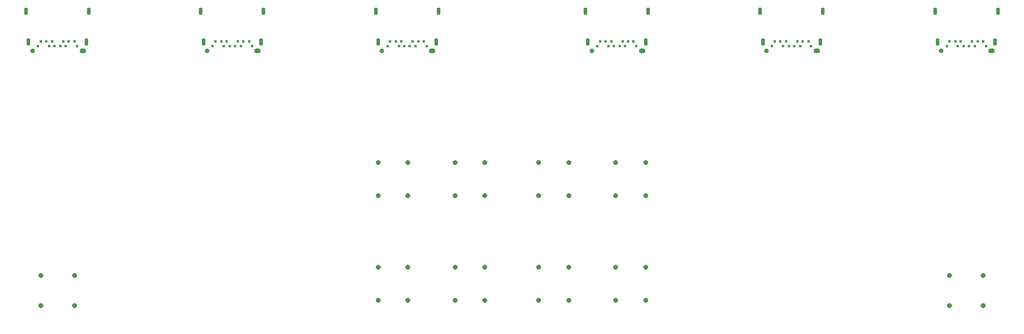
<source format=gbr>
%TF.GenerationSoftware,Altium Limited,Altium Designer,22.5.1 (42)*%
G04 Layer_Color=0*
%FSLAX26Y26*%
%MOIN*%
%TF.SameCoordinates,16E36816-DCA1-4F18-AD40-64303467345E*%
%TF.FilePolarity,Positive*%
%TF.FileFunction,Plated,1,8,PTH,Drill*%
%TF.Part,Single*%
G01*
G75*
%TA.AperFunction,ComponentDrill*%
%ADD51C,0.027559*%
%ADD52C,0.027559*%
%ADD53C,0.015748*%
%ADD54O,0.019685X0.043307*%
%ADD55O,0.037402X0.025591*%
%ADD56C,0.025591*%
%TA.AperFunction,ViaDrill,NotFilled*%
%ADD57C,0.003937*%
D51*
X3812992Y1708661D02*
D03*
Y1519685D02*
D03*
X3982284D02*
D03*
Y1708661D02*
D03*
X4718504Y1519685D02*
D03*
Y1708661D02*
D03*
X4887795D02*
D03*
Y1519685D02*
D03*
X4285433D02*
D03*
Y1708661D02*
D03*
X4454724D02*
D03*
Y1519685D02*
D03*
X4887795Y2299213D02*
D03*
Y2110236D02*
D03*
X4718504D02*
D03*
Y2299213D02*
D03*
X4285433Y2110236D02*
D03*
Y2299213D02*
D03*
X4454724D02*
D03*
Y2110236D02*
D03*
X3982284Y2299213D02*
D03*
Y2110236D02*
D03*
X3812992D02*
D03*
Y2299213D02*
D03*
X3379921Y2110236D02*
D03*
Y2299213D02*
D03*
X3549213D02*
D03*
Y2110236D02*
D03*
Y1708661D02*
D03*
Y1519685D02*
D03*
X3379921D02*
D03*
Y1708661D02*
D03*
D52*
X6598425Y1659449D02*
D03*
X6787402D02*
D03*
Y1490157D02*
D03*
X6598425D02*
D03*
X1480315Y1659449D02*
D03*
X1669291D02*
D03*
Y1490157D02*
D03*
X1480315D02*
D03*
D53*
X4834645Y2953150D02*
D03*
X4818897Y2980709D02*
D03*
X4787401D02*
D03*
X4771653Y2953150D02*
D03*
X4755905Y2980709D02*
D03*
X4740157Y2953150D02*
D03*
X4708661D02*
D03*
X4692913Y2980709D02*
D03*
X4677165Y2953150D02*
D03*
X4661417Y2980709D02*
D03*
X4629921D02*
D03*
X4614173Y2953150D02*
D03*
X6803149D02*
D03*
X6787401Y2980709D02*
D03*
X6755905D02*
D03*
X6740157Y2953150D02*
D03*
X6724409Y2980709D02*
D03*
X6708661Y2953150D02*
D03*
X6677165D02*
D03*
X6661417Y2980709D02*
D03*
X6645669Y2953150D02*
D03*
X6629921Y2980709D02*
D03*
X6598425D02*
D03*
X6582677Y2953150D02*
D03*
X5818897D02*
D03*
X5803149Y2980709D02*
D03*
X5771653D02*
D03*
X5755905Y2953150D02*
D03*
X5740157Y2980709D02*
D03*
X5724409Y2953150D02*
D03*
X5692913D02*
D03*
X5677165Y2980709D02*
D03*
X5661417Y2953150D02*
D03*
X5645669Y2980709D02*
D03*
X5614173D02*
D03*
X5598425Y2953150D02*
D03*
X3653543D02*
D03*
X3637795Y2980709D02*
D03*
X3606299D02*
D03*
X3590551Y2953150D02*
D03*
X3574803Y2980709D02*
D03*
X3559055Y2953150D02*
D03*
X3527559D02*
D03*
X3511810Y2980709D02*
D03*
X3496062Y2953150D02*
D03*
X3480314Y2980709D02*
D03*
X3448818D02*
D03*
X3433070Y2953150D02*
D03*
X2669291D02*
D03*
X2653543Y2980709D02*
D03*
X2622047D02*
D03*
X2606299Y2953150D02*
D03*
X2590551Y2980709D02*
D03*
X2574802Y2953150D02*
D03*
X2543307D02*
D03*
X2527558Y2980709D02*
D03*
X2511810Y2953150D02*
D03*
X2496062Y2980709D02*
D03*
X2464566D02*
D03*
X2448818Y2953150D02*
D03*
X1685039D02*
D03*
X1669291Y2980709D02*
D03*
X1637795D02*
D03*
X1622047Y2953150D02*
D03*
X1606299Y2980709D02*
D03*
X1590551Y2953150D02*
D03*
X1559054D02*
D03*
X1543306Y2980709D02*
D03*
X1527558Y2953150D02*
D03*
X1511810Y2980709D02*
D03*
X1480314D02*
D03*
X1464566Y2953150D02*
D03*
D54*
X4901181Y3149606D02*
D03*
X4547637D02*
D03*
X4561810Y2976378D02*
D03*
X4887007D02*
D03*
X6869685Y3149606D02*
D03*
X6516141D02*
D03*
X6530314Y2976378D02*
D03*
X6855511D02*
D03*
X5885432Y3149606D02*
D03*
X5531889D02*
D03*
X5546062Y2976378D02*
D03*
X5871259D02*
D03*
X3720078Y3149606D02*
D03*
X3366535D02*
D03*
X3380708Y2976378D02*
D03*
X3705905D02*
D03*
X2735826Y3149606D02*
D03*
X2382283D02*
D03*
X2396456Y2976378D02*
D03*
X2721653D02*
D03*
X1751574Y3149606D02*
D03*
X1398031D02*
D03*
X1412204Y2976378D02*
D03*
X1737401D02*
D03*
D55*
X4866141Y2927559D02*
D03*
X6834645D02*
D03*
X5850393D02*
D03*
X3685039D02*
D03*
X2700787D02*
D03*
X1716535D02*
D03*
D56*
X4582676D02*
D03*
X6551181D02*
D03*
X5566928D02*
D03*
X3401574D02*
D03*
X2417322D02*
D03*
X1433070D02*
D03*
D57*
X3220472Y1741142D02*
D03*
X4473425Y1644685D02*
D03*
X3775590Y1603347D02*
D03*
X4253937Y1584646D02*
D03*
X3980315Y1643701D02*
D03*
X4675197Y2905512D02*
D03*
X4773623D02*
D03*
X3494095D02*
D03*
X3592520D02*
D03*
X6702756Y1542126D02*
D03*
X4770472Y1604331D02*
D03*
X4960630Y1759842D02*
D03*
Y1777559D02*
D03*
X4770472Y1702756D02*
D03*
Y1683071D02*
D03*
X4960630Y1455709D02*
D03*
Y1473425D02*
D03*
X4770472Y1545276D02*
D03*
Y1525591D02*
D03*
X6338583Y1594488D02*
D03*
Y1612205D02*
D03*
X6338583Y1703740D02*
D03*
Y1721457D02*
D03*
X6761811Y1542126D02*
D03*
X6781496D02*
D03*
X4770472Y1624016D02*
D03*
X6604331Y1542126D02*
D03*
X6624016D02*
D03*
X6683071D02*
D03*
X6128937Y1569882D02*
D03*
X4770472Y1584646D02*
D03*
X6722441Y1542126D02*
D03*
X6408465Y1643701D02*
D03*
X1584646Y1542126D02*
D03*
X1564961D02*
D03*
X1643701D02*
D03*
X1663386D02*
D03*
X3497244Y1604331D02*
D03*
Y1624016D02*
D03*
X3187008Y1377953D02*
D03*
X3431890Y1584646D02*
D03*
X3497244Y1643701D02*
D03*
Y1525591D02*
D03*
Y1545276D02*
D03*
X3307087Y1473425D02*
D03*
Y1455709D02*
D03*
X3497244Y1683071D02*
D03*
Y1702756D02*
D03*
X3307087Y1777559D02*
D03*
Y1759842D02*
D03*
X1486220Y1542126D02*
D03*
X1505906D02*
D03*
X1929134Y1721457D02*
D03*
Y1703740D02*
D03*
X1929134Y1612205D02*
D03*
Y1594488D02*
D03*
X2529527Y2905512D02*
D03*
X3930315Y2116142D02*
D03*
Y2135827D02*
D03*
Y2273622D02*
D03*
Y2293307D02*
D03*
X2608268Y2905512D02*
D03*
X2509843D02*
D03*
X3930315Y2194882D02*
D03*
Y2214567D02*
D03*
X5679133Y2905512D02*
D03*
X6663385D02*
D03*
X4835827Y2194882D02*
D03*
X6643701Y2905512D02*
D03*
X6742127D02*
D03*
X4835827Y2214567D02*
D03*
Y2135827D02*
D03*
Y2116142D02*
D03*
Y2273622D02*
D03*
Y2293307D02*
D03*
X4337401Y2214567D02*
D03*
Y2194882D02*
D03*
X5757873Y2905512D02*
D03*
X5659448D02*
D03*
X4337401Y2293307D02*
D03*
Y2273622D02*
D03*
Y2135827D02*
D03*
Y2116142D02*
D03*
X1545275Y2905512D02*
D03*
X1624015D02*
D03*
X1525590D02*
D03*
X3431890Y2214567D02*
D03*
Y2194882D02*
D03*
Y2135827D02*
D03*
Y2116142D02*
D03*
Y2273622D02*
D03*
Y2293307D02*
D03*
%TF.MD5,4c8745bea068c0500aa81735a0789561*%
M02*

</source>
